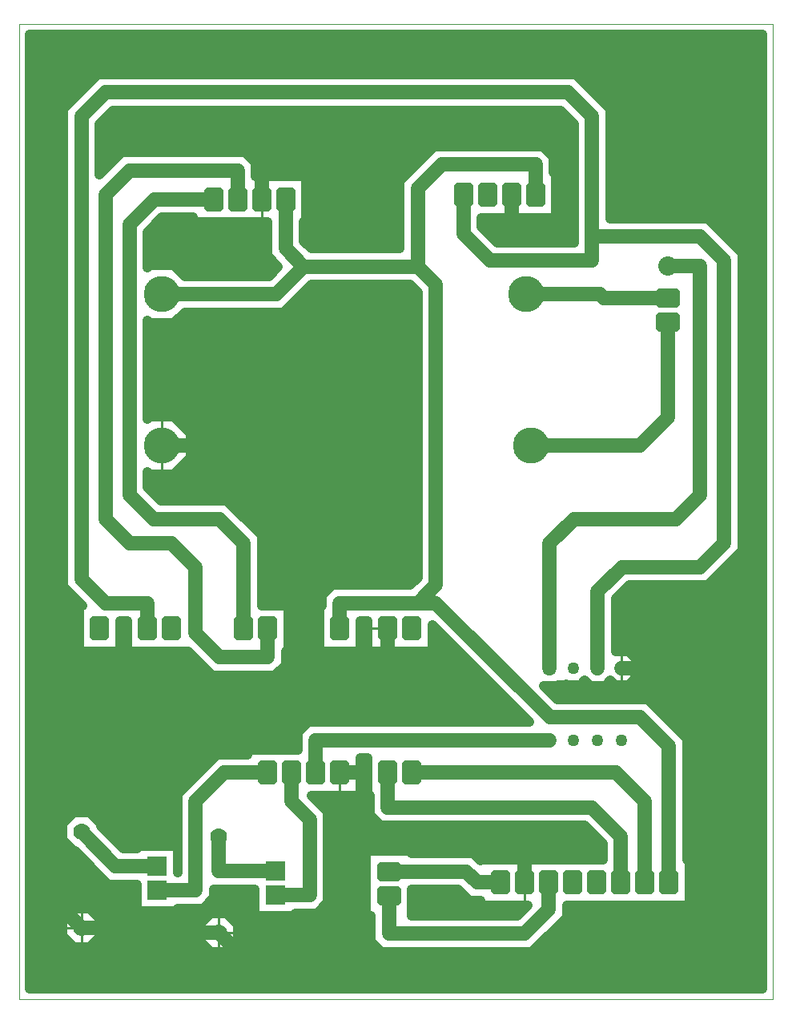
<source format=gbr>
G04 PROTEUS GERBER X2 FILE*
%TF.GenerationSoftware,Labcenter,Proteus,8.15-SP1-Build34318*%
%TF.CreationDate,2023-12-31T19:58:16+00:00*%
%TF.FileFunction,Copper,L1,Bot*%
%TF.FilePolarity,Positive*%
%TF.Part,Single*%
%TF.SameCoordinates,{e2e6dbda-19b2-4580-b6bd-56b35323d263}*%
%FSLAX45Y45*%
%MOMM*%
G01*
%TA.AperFunction,Conductor*%
%ADD10C,1.524000*%
%ADD11C,1.016000*%
%ADD12C,0.254000*%
%AMDIL003*
4,1,8,
-1.016000,0.965200,-0.711200,1.270000,0.711200,1.270000,1.016000,0.965200,1.016000,-0.965200,
0.711200,-1.270000,-0.711200,-1.270000,-1.016000,-0.965200,-1.016000,0.965200,
0*%
%TA.AperFunction,ComponentPad*%
%ADD13DIL003*%
%TA.AperFunction,ComponentPad*%
%ADD14C,3.810000*%
%AMDIL005*
4,1,8,
-1.270000,0.711200,-0.965200,1.016000,0.965200,1.016000,1.270000,0.711200,1.270000,-0.711200,
0.965200,-1.016000,-0.965200,-1.016000,-1.270000,-0.711200,-1.270000,0.711200,
0*%
%TA.AperFunction,ComponentPad*%
%ADD15DIL005*%
%TA.AperFunction,ComponentPad*%
%ADD16C,2.032000*%
%TA.AperFunction,ComponentPad*%
%ADD17R,1.270000X1.270000*%
%ADD18C,1.270000*%
%TA.AperFunction,ComponentPad*%
%ADD19R,2.032000X2.032000*%
%ADD70C,1.778000*%
%TA.AperFunction,Profile*%
%ADD71C,0.101600*%
%TD.AperFunction*%
%TA.AperFunction,Conductor*%
G36*
X-8450000Y-243320D02*
X-700000Y-243320D01*
X-700000Y+9843320D01*
X-8450000Y+9843320D01*
X-8450000Y-243320D01*
G37*
%TD.AperFunction*%
%LPC*%
G36*
X-7780703Y+9366703D02*
X-8090499Y+9056907D01*
X-8090499Y+4009593D01*
X-7888205Y+3807299D01*
X-7925899Y+3807299D01*
X-7925899Y+3324701D01*
X-7494101Y+3324701D01*
X-7494101Y+3644002D01*
X-7417899Y+3644002D01*
X-7417899Y+3324701D01*
X-6770607Y+3324701D01*
X-6518407Y+3072501D01*
X-5853093Y+3072501D01*
X-5741501Y+3184093D01*
X-5741501Y+3324701D01*
X-5716101Y+3324701D01*
X-5716101Y+3807299D01*
X-5995501Y+3807299D01*
X-5995501Y+4548407D01*
X-6361093Y+4913999D01*
X-7059093Y+4913999D01*
X-7201501Y+5056407D01*
X-7201501Y+5220450D01*
X-7176252Y+5195201D01*
X-6923748Y+5195201D01*
X-6745201Y+5373748D01*
X-6745201Y+5626252D01*
X-6923748Y+5804799D01*
X-7176252Y+5804799D01*
X-7201501Y+5779550D01*
X-7201501Y+6820450D01*
X-7176252Y+6795201D01*
X-6923748Y+6795201D01*
X-6809448Y+6909501D01*
X-5762093Y+6909501D01*
X-5471593Y+7200001D01*
X-4422907Y+7200001D01*
X-4343999Y+7121093D01*
X-4343999Y+4103907D01*
X-4422907Y+4024999D01*
X-5248907Y+4024999D01*
X-5360499Y+3913407D01*
X-5360499Y+3807299D01*
X-5385899Y+3807299D01*
X-5385899Y+3324701D01*
X-4954101Y+3324701D01*
X-4954101Y+3644001D01*
X-4877899Y+3644001D01*
X-4877899Y+3324701D01*
X-4192101Y+3324701D01*
X-4192101Y+3603695D01*
X-3166905Y+2578499D01*
X-5502907Y+2578499D01*
X-5614499Y+2466907D01*
X-5614499Y+2283299D01*
X-6147899Y+2283299D01*
X-6147899Y+2232499D01*
X-6469407Y+2232499D01*
X-6883999Y+1817907D01*
X-6883999Y+990499D01*
X-6884101Y+990499D01*
X-6884101Y+1269899D01*
X-7315899Y+1269899D01*
X-7315899Y+1244499D01*
X-7459093Y+1244499D01*
X-7696801Y+1482207D01*
X-7696801Y+1500168D01*
X-7815832Y+1619199D01*
X-7984168Y+1619199D01*
X-8103199Y+1500168D01*
X-8103199Y+1331832D01*
X-7984168Y+1212801D01*
X-7966207Y+1212801D01*
X-7616907Y+863501D01*
X-7315899Y+863501D01*
X-7315899Y+584101D01*
X-6884101Y+584101D01*
X-6884101Y+609501D01*
X-6614593Y+609501D01*
X-6503001Y+721093D01*
X-6503001Y+813501D01*
X-6065899Y+813501D01*
X-6065899Y+534101D01*
X-5634101Y+534101D01*
X-5634101Y+559501D01*
X-5408093Y+559501D01*
X-5296501Y+671093D01*
X-5296501Y+1626907D01*
X-5470295Y+1800701D01*
X-4954101Y+1800701D01*
X-4954101Y+2197501D01*
X-4877899Y+2197501D01*
X-4877899Y+1800701D01*
X-4852499Y+1800701D01*
X-4852499Y+1596593D01*
X-4740907Y+1485001D01*
X-2581407Y+1485001D01*
X-2389499Y+1293093D01*
X-2389499Y+1124299D01*
X-3684899Y+1124299D01*
X-3684899Y+1118305D01*
X-3757093Y+1190499D01*
X-4408701Y+1190499D01*
X-4408701Y+1215899D01*
X-4891299Y+1215899D01*
X-4891299Y+530101D01*
X-4840498Y+530101D01*
X-4840498Y+263093D01*
X-4728906Y+151501D01*
X-3136093Y+151501D01*
X-2770501Y+517093D01*
X-2770501Y+641701D01*
X-1475101Y+641701D01*
X-1475101Y+1124299D01*
X-1500501Y+1124299D01*
X-1500501Y+2403407D01*
X-1915593Y+2818499D01*
X-2868093Y+2818499D01*
X-3009095Y+2959501D01*
X-2871093Y+2959501D01*
X-2858393Y+2972201D01*
X-2772201Y+2972201D01*
X-2772201Y+2974755D01*
X-2769647Y+2972201D01*
X-2622353Y+2972201D01*
X-2577980Y+3016574D01*
X-2520907Y+2959501D01*
X-2363093Y+2959501D01*
X-2306020Y+3016574D01*
X-2261647Y+2972201D01*
X-2114353Y+2972201D01*
X-2010201Y+3076353D01*
X-2010201Y+3223647D01*
X-2114353Y+3327799D01*
X-2251501Y+3327799D01*
X-2251501Y+3879593D01*
X-2106093Y+4025001D01*
X-1280593Y+4025001D01*
X-915001Y+4390593D01*
X-915001Y+7532907D01*
X-1280593Y+7898499D01*
X-2312001Y+7898499D01*
X-2312001Y+9056907D01*
X-2677593Y+9422499D01*
X-7724907Y+9422499D01*
X-7780703Y+9366703D01*
G37*
G36*
X-6534168Y+146801D02*
X-6365832Y+146801D01*
X-6246801Y+265832D01*
X-6246801Y+434168D01*
X-6365832Y+553199D01*
X-6534168Y+553199D01*
X-6653199Y+434168D01*
X-6653199Y+265832D01*
X-6534168Y+146801D01*
G37*
G36*
X-7984168Y+196801D02*
X-7815832Y+196801D01*
X-7696801Y+315832D01*
X-7696801Y+484168D01*
X-7815832Y+603199D01*
X-7984168Y+603199D01*
X-8103199Y+484168D01*
X-8103199Y+315832D01*
X-7984168Y+196801D01*
G37*
%LPD*%
%TA.AperFunction,Conductor*%
G36*
X-7709501Y+8899093D02*
X-7709501Y+8358405D01*
X-7470907Y+8596999D01*
X-6171093Y+8596999D01*
X-6059501Y+8485407D01*
X-6059501Y+8341299D01*
X-5526101Y+8341299D01*
X-5526101Y+7858701D01*
X-5551501Y+7858701D01*
X-5551501Y+7660907D01*
X-5471593Y+7580999D01*
X-4534499Y+7580999D01*
X-4534499Y+8294907D01*
X-4168907Y+8660499D01*
X-3021093Y+8660499D01*
X-2909501Y+8548907D01*
X-2909501Y+8391299D01*
X-2884101Y+8391299D01*
X-2884101Y+7908701D01*
X-3671501Y+7908701D01*
X-3671501Y+7812907D01*
X-3503093Y+7644499D01*
X-2692999Y+7644499D01*
X-2692999Y+8899093D01*
X-2835407Y+9041501D01*
X-7567093Y+9041501D01*
X-7709501Y+8899093D01*
G37*
%TD.AperFunction*%
%TA.AperFunction,Conductor*%
G36*
X-7201501Y+7756093D02*
X-7201501Y+7379550D01*
X-7176252Y+7404799D01*
X-6923748Y+7404799D01*
X-6809448Y+7290499D01*
X-5919907Y+7290499D01*
X-5819906Y+7390500D01*
X-5932499Y+7503093D01*
X-5932499Y+7858701D01*
X-6719899Y+7858701D01*
X-6719899Y+7909501D01*
X-7048093Y+7909501D01*
X-7201501Y+7756093D01*
G37*
%TD.AperFunction*%
%TA.AperFunction,Conductor*%
G36*
X-4408701Y+784101D02*
X-4408701Y+532499D01*
X-3293907Y+532499D01*
X-3184705Y+641701D01*
X-3684899Y+641701D01*
X-3684899Y+692501D01*
X-3797907Y+692501D01*
X-3914907Y+809501D01*
X-4408701Y+809501D01*
X-4408701Y+784101D01*
G37*
%TD.AperFunction*%
D10*
X-6450000Y+1366000D02*
X-6450000Y+1004000D01*
X-5850000Y+1004000D01*
X-7900000Y+1416000D02*
X-7538000Y+1054000D01*
X-7100000Y+1054000D01*
X-2502500Y+7962000D02*
X-2502500Y+7708000D01*
X-2502500Y+7454000D02*
X-2502500Y+7708000D01*
X-2312000Y+7708000D02*
X-1359500Y+7708000D01*
X-1105500Y+7454000D01*
X-1105500Y+4469500D01*
X-1359500Y+4215500D01*
X-2185000Y+4215500D01*
X-2442000Y+3958500D01*
X-2442000Y+3150000D01*
X-2502500Y+7962000D02*
X-2502500Y+8978000D01*
X-2756500Y+9232000D01*
X-7646000Y+9232000D01*
X-7900000Y+8978000D01*
X-7900000Y+4088500D01*
X-7646000Y+3834500D01*
X-7202000Y+3834500D01*
X-7202000Y+3566000D01*
X-2312000Y+7708000D02*
X-2502500Y+7708000D01*
X-2502500Y+7454000D02*
X-3582000Y+7454000D01*
X-3862000Y+7734000D01*
X-3862000Y+8150000D01*
X-4979000Y+278500D02*
X-4788500Y+88000D01*
X-1677000Y+88000D01*
X-1423000Y+342000D01*
X-1423000Y+2882000D01*
X-1691000Y+3150000D01*
X-2188000Y+3150000D01*
X-5996000Y+8100000D02*
X-5996000Y+8470000D01*
X-5742000Y+8724000D01*
X-3010500Y+8724000D01*
X-2756500Y+8470000D01*
X-2756500Y+7962000D01*
X-3010500Y+7708000D01*
X-3354000Y+7708000D01*
X-3354000Y+8150000D01*
X-5487000Y+3390000D02*
X-5487000Y+4913000D01*
X-5996000Y+5422000D01*
X-6185500Y+5422000D02*
X-5996000Y+5422000D01*
X-5487000Y+3390000D02*
X-5423500Y+3326500D01*
X-5423500Y+3263000D01*
X-4662000Y+3263000D01*
X-4662000Y+3566000D01*
X-4915500Y+1612000D02*
X-4915500Y+2042000D01*
X-5170000Y+2042000D01*
X-4915500Y+1612000D02*
X-4725000Y+1421500D01*
X-3215000Y+1421500D01*
X-3215000Y+883000D01*
X-6450000Y+350000D02*
X-7138000Y+350000D01*
X-7188000Y+400000D01*
X-7900000Y+400000D01*
X-6185500Y+5422000D02*
X-6376000Y+5422000D01*
X-6454000Y+5500000D01*
X-7050000Y+5500000D01*
X-4979000Y+1421500D02*
X-4979000Y+278500D01*
X-6450000Y+350000D02*
X-6188000Y+88000D01*
X-5169500Y+88000D01*
X-4979000Y+278500D01*
X-7900000Y+400000D02*
X-8154000Y+654000D01*
X-8154000Y+2056500D01*
X-7900000Y+2310500D01*
X-6566500Y+2310500D01*
X-5487000Y+3390000D01*
X-4979000Y+1421500D02*
X-4915500Y+1421500D01*
X-4915500Y+1612000D01*
X-7100000Y+800000D02*
X-6693500Y+800000D01*
X-6693500Y+1739000D01*
X-6390500Y+2042000D01*
X-5932000Y+2042000D01*
X-3150000Y+5500000D02*
X-1994500Y+5500000D01*
X-1700000Y+5794500D01*
X-1700000Y+6800000D01*
X-3201000Y+2388000D02*
X-5424000Y+2388000D01*
X-5424000Y+2042000D01*
X-3201000Y+2388000D02*
X-2950000Y+2388000D01*
X-5678000Y+2042000D02*
X-5678000Y+1739000D01*
X-5487000Y+1548000D01*
X-5487000Y+750000D01*
X-5850000Y+750000D01*
X-1945000Y+883000D02*
X-1945000Y+1739000D01*
X-2248000Y+2042000D01*
X-4408000Y+2042000D01*
X-6250000Y+8100000D02*
X-6250000Y+8406500D01*
X-7392000Y+8406500D01*
X-7646000Y+8152500D01*
X-7646000Y+4723500D01*
X-7392000Y+4469500D01*
X-6947500Y+4469500D01*
X-6693500Y+4215500D01*
X-6693500Y+3517000D01*
X-6439500Y+3263000D01*
X-5932000Y+3263000D01*
X-5932000Y+3566000D01*
X-6186000Y+3566000D02*
X-6186000Y+4469500D01*
X-6440000Y+4723500D01*
X-7138000Y+4723500D01*
X-7392000Y+4977500D01*
X-7392000Y+7835000D01*
X-7127000Y+8100000D01*
X-6504000Y+8100000D01*
X-2961000Y+883000D02*
X-2961000Y+596000D01*
X-3215000Y+342000D01*
X-4650000Y+342000D01*
X-4650000Y+746000D01*
X-4650000Y+1000000D02*
X-3836000Y+1000000D01*
X-3719000Y+883000D01*
X-3469000Y+883000D01*
X-1700000Y+7400000D02*
X-1359500Y+7400000D01*
X-1359500Y+4977500D01*
X-1613500Y+4723500D01*
X-2693000Y+4723500D01*
X-2950000Y+4466500D01*
X-2950000Y+3150000D01*
X-4662000Y+2042000D02*
X-4662000Y+1675500D01*
X-2502500Y+1675500D01*
X-2199000Y+1372000D01*
X-2199000Y+883000D01*
X-4344000Y+3834500D02*
X-4153500Y+3834500D01*
X-2947000Y+2628000D01*
X-1994500Y+2628000D01*
X-1691000Y+2324500D01*
X-1691000Y+883000D01*
X-5550500Y+7390500D02*
X-5841000Y+7100000D01*
X-7050000Y+7100000D01*
X-5550500Y+7390500D02*
X-5742000Y+7582000D01*
X-5742000Y+8100000D01*
X-4344000Y+7390500D02*
X-5550500Y+7390500D01*
X-4344000Y+7390500D02*
X-4344000Y+8216000D01*
X-4090000Y+8470000D01*
X-3100000Y+8470000D01*
X-3100000Y+8150000D01*
X-4344000Y+7390500D02*
X-4153500Y+7200000D01*
X-4153500Y+4025000D01*
X-4344000Y+3834500D01*
X-5170000Y+3834500D01*
X-5170000Y+3566000D01*
X-1700000Y+7054000D02*
X-2375500Y+7054000D01*
X-2421500Y+7100000D01*
X-3200000Y+7100000D01*
D11*
X-8450000Y-243320D02*
X-700000Y-243320D01*
X-700000Y+9843320D01*
X-8450000Y+9843320D01*
X-8450000Y-243320D01*
X-7780703Y+9366703D02*
X-8090499Y+9056907D01*
X-8090499Y+4009593D01*
X-7888205Y+3807299D01*
X-7925899Y+3807299D01*
X-7925899Y+3324701D01*
X-7494101Y+3324701D01*
X-7494101Y+3644002D01*
X-7417899Y+3644002D01*
X-7417899Y+3324701D01*
X-6770607Y+3324701D01*
X-6518407Y+3072501D01*
X-5853093Y+3072501D01*
X-5741501Y+3184093D01*
X-5741501Y+3324701D01*
X-5716101Y+3324701D01*
X-5716101Y+3807299D01*
X-5995501Y+3807299D01*
X-5995501Y+4548407D01*
X-6361093Y+4913999D01*
X-7059093Y+4913999D01*
X-7201501Y+5056407D01*
X-7201501Y+5220450D01*
X-7176252Y+5195201D01*
X-6923748Y+5195201D01*
X-6745201Y+5373748D01*
X-6745201Y+5626252D01*
X-6923748Y+5804799D01*
X-7176252Y+5804799D01*
X-7201501Y+5779550D01*
X-7201501Y+6820450D01*
X-7176252Y+6795201D01*
X-6923748Y+6795201D01*
X-6809448Y+6909501D01*
X-5762093Y+6909501D01*
X-5471593Y+7200001D01*
X-4422907Y+7200001D01*
X-4343999Y+7121093D01*
X-4343999Y+4103907D01*
X-4422907Y+4024999D01*
X-5248907Y+4024999D01*
X-5360499Y+3913407D01*
X-5360499Y+3807299D01*
X-5385899Y+3807299D01*
X-5385899Y+3324701D01*
X-4954101Y+3324701D01*
X-4954101Y+3644001D01*
X-4877899Y+3644001D01*
X-4877899Y+3324701D01*
X-4192101Y+3324701D01*
X-4192101Y+3603695D01*
X-3166905Y+2578499D01*
X-5502907Y+2578499D01*
X-5614499Y+2466907D01*
X-5614499Y+2283299D01*
X-6147899Y+2283299D01*
X-6147899Y+2232499D01*
X-6469407Y+2232499D01*
X-6883999Y+1817907D01*
X-6883999Y+990499D01*
X-6884101Y+990499D01*
X-6884101Y+1269899D01*
X-7315899Y+1269899D01*
X-7315899Y+1244499D01*
X-7459093Y+1244499D01*
X-7696801Y+1482207D01*
X-7696801Y+1500168D01*
X-7815832Y+1619199D01*
X-7984168Y+1619199D01*
X-8103199Y+1500168D01*
X-8103199Y+1331832D01*
X-7984168Y+1212801D01*
X-7966207Y+1212801D01*
X-7616907Y+863501D01*
X-7315899Y+863501D01*
X-7315899Y+584101D01*
X-6884101Y+584101D01*
X-6884101Y+609501D01*
X-6614593Y+609501D01*
X-6503001Y+721093D01*
X-6503001Y+813501D01*
X-6065899Y+813501D01*
X-6065899Y+534101D01*
X-5634101Y+534101D01*
X-5634101Y+559501D01*
X-5408093Y+559501D01*
X-5296501Y+671093D01*
X-5296501Y+1626907D01*
X-5470295Y+1800701D01*
X-4954101Y+1800701D01*
X-4954101Y+2197501D01*
X-4877899Y+2197501D01*
X-4877899Y+1800701D01*
X-4852499Y+1800701D01*
X-4852499Y+1596593D01*
X-4740907Y+1485001D01*
X-2581407Y+1485001D01*
X-2389499Y+1293093D01*
X-2389499Y+1124299D01*
X-3684899Y+1124299D01*
X-3684899Y+1118305D01*
X-3757093Y+1190499D01*
X-4408701Y+1190499D01*
X-4408701Y+1215899D01*
X-4891299Y+1215899D01*
X-4891299Y+530101D01*
X-4840498Y+530101D01*
X-4840498Y+263093D01*
X-4728906Y+151501D01*
X-3136093Y+151501D01*
X-2770501Y+517093D01*
X-2770501Y+641701D01*
X-1475101Y+641701D01*
X-1475101Y+1124299D01*
X-1500501Y+1124299D01*
X-1500501Y+2403407D01*
X-1915593Y+2818499D01*
X-2868093Y+2818499D01*
X-3009095Y+2959501D01*
X-2871093Y+2959501D01*
X-2858393Y+2972201D01*
X-2772201Y+2972201D01*
X-2772201Y+2974755D01*
X-2769647Y+2972201D01*
X-2622353Y+2972201D01*
X-2577980Y+3016574D01*
X-2520907Y+2959501D01*
X-2363093Y+2959501D01*
X-2306020Y+3016574D01*
X-2261647Y+2972201D01*
X-2114353Y+2972201D01*
X-2010201Y+3076353D01*
X-2010201Y+3223647D01*
X-2114353Y+3327799D01*
X-2251501Y+3327799D01*
X-2251501Y+3879593D01*
X-2106093Y+4025001D01*
X-1280593Y+4025001D01*
X-915001Y+4390593D01*
X-915001Y+7532907D01*
X-1280593Y+7898499D01*
X-2312001Y+7898499D01*
X-2312001Y+9056907D01*
X-2677593Y+9422499D01*
X-7724907Y+9422499D01*
X-7780703Y+9366703D01*
X-6534168Y+146801D02*
X-6365832Y+146801D01*
X-6246801Y+265832D01*
X-6246801Y+434168D01*
X-6365832Y+553199D01*
X-6534168Y+553199D01*
X-6653199Y+434168D01*
X-6653199Y+265832D01*
X-6534168Y+146801D01*
X-7984168Y+196801D02*
X-7815832Y+196801D01*
X-7696801Y+315832D01*
X-7696801Y+484168D01*
X-7815832Y+603199D01*
X-7984168Y+603199D01*
X-8103199Y+484168D01*
X-8103199Y+315832D01*
X-7984168Y+196801D01*
X-7709501Y+8899093D02*
X-7709501Y+8358405D01*
X-7470907Y+8596999D01*
X-6171093Y+8596999D01*
X-6059501Y+8485407D01*
X-6059501Y+8341299D01*
X-5526101Y+8341299D01*
X-5526101Y+7858701D01*
X-5551501Y+7858701D01*
X-5551501Y+7660907D01*
X-5471593Y+7580999D01*
X-4534499Y+7580999D01*
X-4534499Y+8294907D01*
X-4168907Y+8660499D01*
X-3021093Y+8660499D01*
X-2909501Y+8548907D01*
X-2909501Y+8391299D01*
X-2884101Y+8391299D01*
X-2884101Y+7908701D01*
X-3671501Y+7908701D01*
X-3671501Y+7812907D01*
X-3503093Y+7644499D01*
X-2692999Y+7644499D01*
X-2692999Y+8899093D01*
X-2835407Y+9041501D01*
X-7567093Y+9041501D01*
X-7709501Y+8899093D01*
X-7201501Y+7756093D02*
X-7201501Y+7379550D01*
X-7176252Y+7404799D01*
X-6923748Y+7404799D01*
X-6809448Y+7290499D01*
X-5919907Y+7290499D01*
X-5819906Y+7390500D01*
X-5932499Y+7503093D01*
X-5932499Y+7858701D01*
X-6719899Y+7858701D01*
X-6719899Y+7909501D01*
X-7048093Y+7909501D01*
X-7201501Y+7756093D01*
X-4408701Y+784101D02*
X-4408701Y+532499D01*
X-3293907Y+532499D01*
X-3184705Y+641701D01*
X-3684899Y+641701D01*
X-3684899Y+692501D01*
X-3797907Y+692501D01*
X-3914907Y+809501D01*
X-4408701Y+809501D01*
X-4408701Y+784101D01*
D12*
X-5170000Y+1851501D02*
X-5170000Y+2042000D01*
X-5004901Y+2042000D02*
X-5170000Y+2042000D01*
X-4662000Y+3375501D02*
X-4662000Y+3566000D01*
X-4827099Y+3566000D02*
X-4662000Y+3566000D01*
X-7050000Y+5753999D02*
X-7050000Y+5500000D01*
X-7050000Y+5246001D02*
X-7050000Y+5500000D01*
X-6796001Y+5500000D02*
X-7050000Y+5500000D01*
X-5996000Y+7909501D02*
X-5996000Y+8100000D01*
X-5996000Y+8290499D02*
X-5996000Y+8100000D01*
X-3354000Y+7959501D02*
X-3354000Y+8150000D01*
X-3215000Y+692501D02*
X-3215000Y+883000D01*
X-3215000Y+1073499D02*
X-3215000Y+883000D01*
X-2061001Y+3150000D02*
X-2188000Y+3150000D01*
X-2188000Y+3276999D02*
X-2188000Y+3150000D01*
X-2188000Y+3023001D02*
X-2188000Y+3150000D01*
X-6450000Y+197601D02*
X-6450000Y+350000D01*
X-6450000Y+502399D02*
X-6450000Y+350000D01*
X-6602399Y+350000D02*
X-6450000Y+350000D01*
X-6297601Y+350000D02*
X-6450000Y+350000D01*
X-7900000Y+247601D02*
X-7900000Y+400000D01*
X-7900000Y+552399D02*
X-7900000Y+400000D01*
X-8052399Y+400000D02*
X-7900000Y+400000D01*
X-7747601Y+400000D02*
X-7900000Y+400000D01*
D13*
X-4408000Y+2042000D03*
X-4662000Y+2042000D03*
X-5170000Y+2042000D03*
X-5424000Y+2042000D03*
X-5678000Y+2042000D03*
X-5932000Y+2042000D03*
X-7710000Y+3566000D03*
X-7202000Y+3566000D03*
X-6948000Y+3566000D03*
X-6186000Y+3566000D03*
X-5932000Y+3566000D03*
X-5170000Y+3566000D03*
X-4662000Y+3566000D03*
X-4408000Y+3566000D03*
D14*
X-3200000Y+7100000D03*
X-3150000Y+5500000D03*
X-7050000Y+5500000D03*
X-7050000Y+7100000D03*
D15*
X-1700000Y+7054000D03*
X-1700000Y+6800000D03*
D13*
X-5742000Y+8100000D03*
X-5996000Y+8100000D03*
X-6250000Y+8100000D03*
X-6504000Y+8100000D03*
X-3100000Y+8150000D03*
X-3354000Y+8150000D03*
X-3608000Y+8150000D03*
X-3862000Y+8150000D03*
X-1691000Y+883000D03*
X-1945000Y+883000D03*
X-2199000Y+883000D03*
X-2453000Y+883000D03*
X-2707000Y+883000D03*
X-2961000Y+883000D03*
X-3215000Y+883000D03*
X-3469000Y+883000D03*
D15*
X-4650000Y+746000D03*
X-4650000Y+1000000D03*
D16*
X-1700000Y+7400000D03*
D17*
X-2950000Y+3150000D03*
D18*
X-2696000Y+3150000D03*
X-2442000Y+3150000D03*
X-2188000Y+3150000D03*
X-2188000Y+2388000D03*
X-2442000Y+2388000D03*
X-2696000Y+2388000D03*
X-2950000Y+2388000D03*
D19*
X-5850000Y+750000D03*
X-5850000Y+1004000D03*
X-7100000Y+800000D03*
X-7100000Y+1054000D03*
D70*
X-6450000Y+350000D03*
X-6450000Y+1366000D03*
X-7900000Y+400000D03*
X-7900000Y+1416000D03*
D71*
X-8556680Y-350000D02*
X-593320Y-350000D01*
X-593320Y+9950000D01*
X-8556680Y+9950000D01*
X-8556680Y-350000D01*
M02*

</source>
